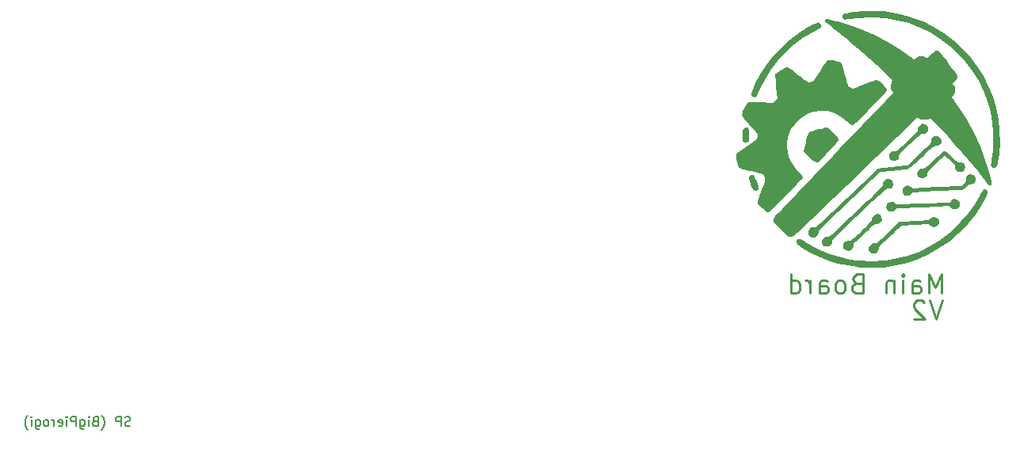
<source format=gbo>
%TF.GenerationSoftware,KiCad,Pcbnew,8.0.5*%
%TF.CreationDate,2024-10-12T21:51:22-04:00*%
%TF.ProjectId,mainBoard,6d61696e-426f-4617-9264-2e6b69636164,rev?*%
%TF.SameCoordinates,Original*%
%TF.FileFunction,Legend,Bot*%
%TF.FilePolarity,Positive*%
%FSLAX46Y46*%
G04 Gerber Fmt 4.6, Leading zero omitted, Abs format (unit mm)*
G04 Created by KiCad (PCBNEW 8.0.5) date 2024-10-12 21:51:22*
%MOMM*%
%LPD*%
G01*
G04 APERTURE LIST*
G04 Aperture macros list*
%AMRoundRect*
0 Rectangle with rounded corners*
0 $1 Rounding radius*
0 $2 $3 $4 $5 $6 $7 $8 $9 X,Y pos of 4 corners*
0 Add a 4 corners polygon primitive as box body*
4,1,4,$2,$3,$4,$5,$6,$7,$8,$9,$2,$3,0*
0 Add four circle primitives for the rounded corners*
1,1,$1+$1,$2,$3*
1,1,$1+$1,$4,$5*
1,1,$1+$1,$6,$7*
1,1,$1+$1,$8,$9*
0 Add four rect primitives between the rounded corners*
20,1,$1+$1,$2,$3,$4,$5,0*
20,1,$1+$1,$4,$5,$6,$7,0*
20,1,$1+$1,$6,$7,$8,$9,0*
20,1,$1+$1,$8,$9,$2,$3,0*%
G04 Aperture macros list end*
%ADD10C,0.250000*%
%ADD11C,0.150000*%
%ADD12C,0.000000*%
%ADD13C,3.650000*%
%ADD14C,4.300000*%
%ADD15R,4.500000X2.000000*%
%ADD16O,4.000000X2.000000*%
%ADD17O,2.000000X4.000000*%
%ADD18RoundRect,0.250000X0.625000X-0.350000X0.625000X0.350000X-0.625000X0.350000X-0.625000X-0.350000X0*%
%ADD19O,1.750000X1.200000*%
%ADD20R,0.900000X2.000000*%
%ADD21RoundRect,1.025000X-1.025000X-1.025000X1.025000X-1.025000X1.025000X1.025000X-1.025000X1.025000X0*%
%ADD22C,4.100000*%
%ADD23C,1.400000*%
%ADD24R,3.500000X3.500000*%
%ADD25C,3.500000*%
%ADD26R,1.500000X1.500000*%
%ADD27C,1.500000*%
%ADD28R,1.700000X1.700000*%
%ADD29O,1.700000X1.700000*%
%ADD30R,3.800000X3.800000*%
%ADD31C,4.000000*%
G04 APERTURE END LIST*
D10*
X113745122Y-71656453D02*
X113745122Y-69656453D01*
X113745122Y-69656453D02*
X113078455Y-71085024D01*
X113078455Y-71085024D02*
X112411789Y-69656453D01*
X112411789Y-69656453D02*
X112411789Y-71656453D01*
X110602265Y-71656453D02*
X110602265Y-70608834D01*
X110602265Y-70608834D02*
X110697503Y-70418357D01*
X110697503Y-70418357D02*
X110887979Y-70323119D01*
X110887979Y-70323119D02*
X111268932Y-70323119D01*
X111268932Y-70323119D02*
X111459408Y-70418357D01*
X110602265Y-71561215D02*
X110792741Y-71656453D01*
X110792741Y-71656453D02*
X111268932Y-71656453D01*
X111268932Y-71656453D02*
X111459408Y-71561215D01*
X111459408Y-71561215D02*
X111554646Y-71370738D01*
X111554646Y-71370738D02*
X111554646Y-71180262D01*
X111554646Y-71180262D02*
X111459408Y-70989786D01*
X111459408Y-70989786D02*
X111268932Y-70894548D01*
X111268932Y-70894548D02*
X110792741Y-70894548D01*
X110792741Y-70894548D02*
X110602265Y-70799310D01*
X109649884Y-71656453D02*
X109649884Y-70323119D01*
X109649884Y-69656453D02*
X109745122Y-69751691D01*
X109745122Y-69751691D02*
X109649884Y-69846929D01*
X109649884Y-69846929D02*
X109554646Y-69751691D01*
X109554646Y-69751691D02*
X109649884Y-69656453D01*
X109649884Y-69656453D02*
X109649884Y-69846929D01*
X108697503Y-70323119D02*
X108697503Y-71656453D01*
X108697503Y-70513595D02*
X108602265Y-70418357D01*
X108602265Y-70418357D02*
X108411789Y-70323119D01*
X108411789Y-70323119D02*
X108126074Y-70323119D01*
X108126074Y-70323119D02*
X107935598Y-70418357D01*
X107935598Y-70418357D02*
X107840360Y-70608834D01*
X107840360Y-70608834D02*
X107840360Y-71656453D01*
X104697502Y-70608834D02*
X104411788Y-70704072D01*
X104411788Y-70704072D02*
X104316550Y-70799310D01*
X104316550Y-70799310D02*
X104221312Y-70989786D01*
X104221312Y-70989786D02*
X104221312Y-71275500D01*
X104221312Y-71275500D02*
X104316550Y-71465976D01*
X104316550Y-71465976D02*
X104411788Y-71561215D01*
X104411788Y-71561215D02*
X104602264Y-71656453D01*
X104602264Y-71656453D02*
X105364169Y-71656453D01*
X105364169Y-71656453D02*
X105364169Y-69656453D01*
X105364169Y-69656453D02*
X104697502Y-69656453D01*
X104697502Y-69656453D02*
X104507026Y-69751691D01*
X104507026Y-69751691D02*
X104411788Y-69846929D01*
X104411788Y-69846929D02*
X104316550Y-70037405D01*
X104316550Y-70037405D02*
X104316550Y-70227881D01*
X104316550Y-70227881D02*
X104411788Y-70418357D01*
X104411788Y-70418357D02*
X104507026Y-70513595D01*
X104507026Y-70513595D02*
X104697502Y-70608834D01*
X104697502Y-70608834D02*
X105364169Y-70608834D01*
X103078455Y-71656453D02*
X103268931Y-71561215D01*
X103268931Y-71561215D02*
X103364169Y-71465976D01*
X103364169Y-71465976D02*
X103459407Y-71275500D01*
X103459407Y-71275500D02*
X103459407Y-70704072D01*
X103459407Y-70704072D02*
X103364169Y-70513595D01*
X103364169Y-70513595D02*
X103268931Y-70418357D01*
X103268931Y-70418357D02*
X103078455Y-70323119D01*
X103078455Y-70323119D02*
X102792740Y-70323119D01*
X102792740Y-70323119D02*
X102602264Y-70418357D01*
X102602264Y-70418357D02*
X102507026Y-70513595D01*
X102507026Y-70513595D02*
X102411788Y-70704072D01*
X102411788Y-70704072D02*
X102411788Y-71275500D01*
X102411788Y-71275500D02*
X102507026Y-71465976D01*
X102507026Y-71465976D02*
X102602264Y-71561215D01*
X102602264Y-71561215D02*
X102792740Y-71656453D01*
X102792740Y-71656453D02*
X103078455Y-71656453D01*
X100697502Y-71656453D02*
X100697502Y-70608834D01*
X100697502Y-70608834D02*
X100792740Y-70418357D01*
X100792740Y-70418357D02*
X100983216Y-70323119D01*
X100983216Y-70323119D02*
X101364169Y-70323119D01*
X101364169Y-70323119D02*
X101554645Y-70418357D01*
X100697502Y-71561215D02*
X100887978Y-71656453D01*
X100887978Y-71656453D02*
X101364169Y-71656453D01*
X101364169Y-71656453D02*
X101554645Y-71561215D01*
X101554645Y-71561215D02*
X101649883Y-71370738D01*
X101649883Y-71370738D02*
X101649883Y-71180262D01*
X101649883Y-71180262D02*
X101554645Y-70989786D01*
X101554645Y-70989786D02*
X101364169Y-70894548D01*
X101364169Y-70894548D02*
X100887978Y-70894548D01*
X100887978Y-70894548D02*
X100697502Y-70799310D01*
X99745121Y-71656453D02*
X99745121Y-70323119D01*
X99745121Y-70704072D02*
X99649883Y-70513595D01*
X99649883Y-70513595D02*
X99554645Y-70418357D01*
X99554645Y-70418357D02*
X99364169Y-70323119D01*
X99364169Y-70323119D02*
X99173692Y-70323119D01*
X97649883Y-71656453D02*
X97649883Y-69656453D01*
X97649883Y-71561215D02*
X97840359Y-71656453D01*
X97840359Y-71656453D02*
X98221312Y-71656453D01*
X98221312Y-71656453D02*
X98411788Y-71561215D01*
X98411788Y-71561215D02*
X98507026Y-71465976D01*
X98507026Y-71465976D02*
X98602264Y-71275500D01*
X98602264Y-71275500D02*
X98602264Y-70704072D01*
X98602264Y-70704072D02*
X98507026Y-70513595D01*
X98507026Y-70513595D02*
X98411788Y-70418357D01*
X98411788Y-70418357D02*
X98221312Y-70323119D01*
X98221312Y-70323119D02*
X97840359Y-70323119D01*
X97840359Y-70323119D02*
X97649883Y-70418357D01*
X113809999Y-72446525D02*
X113143333Y-74446525D01*
X113143333Y-74446525D02*
X112476666Y-72446525D01*
X111905237Y-72637001D02*
X111809999Y-72541763D01*
X111809999Y-72541763D02*
X111619523Y-72446525D01*
X111619523Y-72446525D02*
X111143332Y-72446525D01*
X111143332Y-72446525D02*
X110952856Y-72541763D01*
X110952856Y-72541763D02*
X110857618Y-72637001D01*
X110857618Y-72637001D02*
X110762380Y-72827477D01*
X110762380Y-72827477D02*
X110762380Y-73017953D01*
X110762380Y-73017953D02*
X110857618Y-73303667D01*
X110857618Y-73303667D02*
X112000475Y-74446525D01*
X112000475Y-74446525D02*
X110762380Y-74446525D01*
D11*
X27096625Y-85836415D02*
X26953768Y-85884034D01*
X26953768Y-85884034D02*
X26715673Y-85884034D01*
X26715673Y-85884034D02*
X26620435Y-85836415D01*
X26620435Y-85836415D02*
X26572816Y-85788795D01*
X26572816Y-85788795D02*
X26525197Y-85693557D01*
X26525197Y-85693557D02*
X26525197Y-85598319D01*
X26525197Y-85598319D02*
X26572816Y-85503081D01*
X26572816Y-85503081D02*
X26620435Y-85455462D01*
X26620435Y-85455462D02*
X26715673Y-85407843D01*
X26715673Y-85407843D02*
X26906149Y-85360224D01*
X26906149Y-85360224D02*
X27001387Y-85312605D01*
X27001387Y-85312605D02*
X27049006Y-85264986D01*
X27049006Y-85264986D02*
X27096625Y-85169748D01*
X27096625Y-85169748D02*
X27096625Y-85074510D01*
X27096625Y-85074510D02*
X27049006Y-84979272D01*
X27049006Y-84979272D02*
X27001387Y-84931653D01*
X27001387Y-84931653D02*
X26906149Y-84884034D01*
X26906149Y-84884034D02*
X26668054Y-84884034D01*
X26668054Y-84884034D02*
X26525197Y-84931653D01*
X26096625Y-85884034D02*
X26096625Y-84884034D01*
X26096625Y-84884034D02*
X25715673Y-84884034D01*
X25715673Y-84884034D02*
X25620435Y-84931653D01*
X25620435Y-84931653D02*
X25572816Y-84979272D01*
X25572816Y-84979272D02*
X25525197Y-85074510D01*
X25525197Y-85074510D02*
X25525197Y-85217367D01*
X25525197Y-85217367D02*
X25572816Y-85312605D01*
X25572816Y-85312605D02*
X25620435Y-85360224D01*
X25620435Y-85360224D02*
X25715673Y-85407843D01*
X25715673Y-85407843D02*
X26096625Y-85407843D01*
X24049006Y-86264986D02*
X24096625Y-86217367D01*
X24096625Y-86217367D02*
X24191863Y-86074510D01*
X24191863Y-86074510D02*
X24239482Y-85979272D01*
X24239482Y-85979272D02*
X24287101Y-85836415D01*
X24287101Y-85836415D02*
X24334720Y-85598319D01*
X24334720Y-85598319D02*
X24334720Y-85407843D01*
X24334720Y-85407843D02*
X24287101Y-85169748D01*
X24287101Y-85169748D02*
X24239482Y-85026891D01*
X24239482Y-85026891D02*
X24191863Y-84931653D01*
X24191863Y-84931653D02*
X24096625Y-84788795D01*
X24096625Y-84788795D02*
X24049006Y-84741176D01*
X23334720Y-85360224D02*
X23191863Y-85407843D01*
X23191863Y-85407843D02*
X23144244Y-85455462D01*
X23144244Y-85455462D02*
X23096625Y-85550700D01*
X23096625Y-85550700D02*
X23096625Y-85693557D01*
X23096625Y-85693557D02*
X23144244Y-85788795D01*
X23144244Y-85788795D02*
X23191863Y-85836415D01*
X23191863Y-85836415D02*
X23287101Y-85884034D01*
X23287101Y-85884034D02*
X23668053Y-85884034D01*
X23668053Y-85884034D02*
X23668053Y-84884034D01*
X23668053Y-84884034D02*
X23334720Y-84884034D01*
X23334720Y-84884034D02*
X23239482Y-84931653D01*
X23239482Y-84931653D02*
X23191863Y-84979272D01*
X23191863Y-84979272D02*
X23144244Y-85074510D01*
X23144244Y-85074510D02*
X23144244Y-85169748D01*
X23144244Y-85169748D02*
X23191863Y-85264986D01*
X23191863Y-85264986D02*
X23239482Y-85312605D01*
X23239482Y-85312605D02*
X23334720Y-85360224D01*
X23334720Y-85360224D02*
X23668053Y-85360224D01*
X22668053Y-85884034D02*
X22668053Y-85217367D01*
X22668053Y-84884034D02*
X22715672Y-84931653D01*
X22715672Y-84931653D02*
X22668053Y-84979272D01*
X22668053Y-84979272D02*
X22620434Y-84931653D01*
X22620434Y-84931653D02*
X22668053Y-84884034D01*
X22668053Y-84884034D02*
X22668053Y-84979272D01*
X21763292Y-85217367D02*
X21763292Y-86026891D01*
X21763292Y-86026891D02*
X21810911Y-86122129D01*
X21810911Y-86122129D02*
X21858530Y-86169748D01*
X21858530Y-86169748D02*
X21953768Y-86217367D01*
X21953768Y-86217367D02*
X22096625Y-86217367D01*
X22096625Y-86217367D02*
X22191863Y-86169748D01*
X21763292Y-85836415D02*
X21858530Y-85884034D01*
X21858530Y-85884034D02*
X22049006Y-85884034D01*
X22049006Y-85884034D02*
X22144244Y-85836415D01*
X22144244Y-85836415D02*
X22191863Y-85788795D01*
X22191863Y-85788795D02*
X22239482Y-85693557D01*
X22239482Y-85693557D02*
X22239482Y-85407843D01*
X22239482Y-85407843D02*
X22191863Y-85312605D01*
X22191863Y-85312605D02*
X22144244Y-85264986D01*
X22144244Y-85264986D02*
X22049006Y-85217367D01*
X22049006Y-85217367D02*
X21858530Y-85217367D01*
X21858530Y-85217367D02*
X21763292Y-85264986D01*
X21287101Y-85884034D02*
X21287101Y-84884034D01*
X21287101Y-84884034D02*
X20906149Y-84884034D01*
X20906149Y-84884034D02*
X20810911Y-84931653D01*
X20810911Y-84931653D02*
X20763292Y-84979272D01*
X20763292Y-84979272D02*
X20715673Y-85074510D01*
X20715673Y-85074510D02*
X20715673Y-85217367D01*
X20715673Y-85217367D02*
X20763292Y-85312605D01*
X20763292Y-85312605D02*
X20810911Y-85360224D01*
X20810911Y-85360224D02*
X20906149Y-85407843D01*
X20906149Y-85407843D02*
X21287101Y-85407843D01*
X20287101Y-85884034D02*
X20287101Y-85217367D01*
X20287101Y-84884034D02*
X20334720Y-84931653D01*
X20334720Y-84931653D02*
X20287101Y-84979272D01*
X20287101Y-84979272D02*
X20239482Y-84931653D01*
X20239482Y-84931653D02*
X20287101Y-84884034D01*
X20287101Y-84884034D02*
X20287101Y-84979272D01*
X19429959Y-85836415D02*
X19525197Y-85884034D01*
X19525197Y-85884034D02*
X19715673Y-85884034D01*
X19715673Y-85884034D02*
X19810911Y-85836415D01*
X19810911Y-85836415D02*
X19858530Y-85741176D01*
X19858530Y-85741176D02*
X19858530Y-85360224D01*
X19858530Y-85360224D02*
X19810911Y-85264986D01*
X19810911Y-85264986D02*
X19715673Y-85217367D01*
X19715673Y-85217367D02*
X19525197Y-85217367D01*
X19525197Y-85217367D02*
X19429959Y-85264986D01*
X19429959Y-85264986D02*
X19382340Y-85360224D01*
X19382340Y-85360224D02*
X19382340Y-85455462D01*
X19382340Y-85455462D02*
X19858530Y-85550700D01*
X18953768Y-85884034D02*
X18953768Y-85217367D01*
X18953768Y-85407843D02*
X18906149Y-85312605D01*
X18906149Y-85312605D02*
X18858530Y-85264986D01*
X18858530Y-85264986D02*
X18763292Y-85217367D01*
X18763292Y-85217367D02*
X18668054Y-85217367D01*
X18191863Y-85884034D02*
X18287101Y-85836415D01*
X18287101Y-85836415D02*
X18334720Y-85788795D01*
X18334720Y-85788795D02*
X18382339Y-85693557D01*
X18382339Y-85693557D02*
X18382339Y-85407843D01*
X18382339Y-85407843D02*
X18334720Y-85312605D01*
X18334720Y-85312605D02*
X18287101Y-85264986D01*
X18287101Y-85264986D02*
X18191863Y-85217367D01*
X18191863Y-85217367D02*
X18049006Y-85217367D01*
X18049006Y-85217367D02*
X17953768Y-85264986D01*
X17953768Y-85264986D02*
X17906149Y-85312605D01*
X17906149Y-85312605D02*
X17858530Y-85407843D01*
X17858530Y-85407843D02*
X17858530Y-85693557D01*
X17858530Y-85693557D02*
X17906149Y-85788795D01*
X17906149Y-85788795D02*
X17953768Y-85836415D01*
X17953768Y-85836415D02*
X18049006Y-85884034D01*
X18049006Y-85884034D02*
X18191863Y-85884034D01*
X17001387Y-85217367D02*
X17001387Y-86026891D01*
X17001387Y-86026891D02*
X17049006Y-86122129D01*
X17049006Y-86122129D02*
X17096625Y-86169748D01*
X17096625Y-86169748D02*
X17191863Y-86217367D01*
X17191863Y-86217367D02*
X17334720Y-86217367D01*
X17334720Y-86217367D02*
X17429958Y-86169748D01*
X17001387Y-85836415D02*
X17096625Y-85884034D01*
X17096625Y-85884034D02*
X17287101Y-85884034D01*
X17287101Y-85884034D02*
X17382339Y-85836415D01*
X17382339Y-85836415D02*
X17429958Y-85788795D01*
X17429958Y-85788795D02*
X17477577Y-85693557D01*
X17477577Y-85693557D02*
X17477577Y-85407843D01*
X17477577Y-85407843D02*
X17429958Y-85312605D01*
X17429958Y-85312605D02*
X17382339Y-85264986D01*
X17382339Y-85264986D02*
X17287101Y-85217367D01*
X17287101Y-85217367D02*
X17096625Y-85217367D01*
X17096625Y-85217367D02*
X17001387Y-85264986D01*
X16525196Y-85884034D02*
X16525196Y-85217367D01*
X16525196Y-84884034D02*
X16572815Y-84931653D01*
X16572815Y-84931653D02*
X16525196Y-84979272D01*
X16525196Y-84979272D02*
X16477577Y-84931653D01*
X16477577Y-84931653D02*
X16525196Y-84884034D01*
X16525196Y-84884034D02*
X16525196Y-84979272D01*
X16144244Y-86264986D02*
X16096625Y-86217367D01*
X16096625Y-86217367D02*
X16001387Y-86074510D01*
X16001387Y-86074510D02*
X15953768Y-85979272D01*
X15953768Y-85979272D02*
X15906149Y-85836415D01*
X15906149Y-85836415D02*
X15858530Y-85598319D01*
X15858530Y-85598319D02*
X15858530Y-85407843D01*
X15858530Y-85407843D02*
X15906149Y-85169748D01*
X15906149Y-85169748D02*
X15953768Y-85026891D01*
X15953768Y-85026891D02*
X16001387Y-84931653D01*
X16001387Y-84931653D02*
X16096625Y-84788795D01*
X16096625Y-84788795D02*
X16144244Y-84741176D01*
D12*
%TO.C,G\u002A\u002A\u002A*%
G36*
X93612297Y-59029523D02*
G01*
X93669705Y-59056552D01*
X93741648Y-59122388D01*
X93813546Y-59239511D01*
X93897540Y-59428975D01*
X94005773Y-59711835D01*
X94109948Y-59999427D01*
X94186224Y-60234527D01*
X94221575Y-60396445D01*
X94218109Y-60505378D01*
X94177934Y-60581527D01*
X94103158Y-60645089D01*
X93978715Y-60716709D01*
X93838794Y-60741158D01*
X93713477Y-60681441D01*
X93593849Y-60529042D01*
X93470995Y-60275443D01*
X93336000Y-59912127D01*
X93332015Y-59900464D01*
X93236726Y-59607130D01*
X93183877Y-59404791D01*
X93169567Y-59274347D01*
X93189895Y-59196696D01*
X93259537Y-59105710D01*
X93419508Y-59010618D01*
X93612297Y-59029523D01*
G37*
G36*
X92942034Y-53940012D02*
G01*
X93062096Y-53966012D01*
X93141441Y-54037567D01*
X93188132Y-54173237D01*
X93210234Y-54391583D01*
X93215810Y-54711165D01*
X93214435Y-54932360D01*
X93206004Y-55149809D01*
X93186197Y-55292037D01*
X93150828Y-55384938D01*
X93095715Y-55454404D01*
X92956498Y-55549802D01*
X92781190Y-55557539D01*
X92607061Y-55446128D01*
X92605433Y-55444497D01*
X92547638Y-55376816D01*
X92512903Y-55297302D01*
X92497697Y-55178973D01*
X92498488Y-54994847D01*
X92511743Y-54717941D01*
X92514224Y-54674453D01*
X92540692Y-54362198D01*
X92582143Y-54150149D01*
X92646938Y-54020603D01*
X92743438Y-53955858D01*
X92880004Y-53938210D01*
X92942034Y-53940012D01*
G37*
G36*
X115352927Y-61642473D02*
G01*
X115361491Y-61645411D01*
X115545201Y-61763338D01*
X115680709Y-61946741D01*
X115733540Y-62149676D01*
X115733425Y-62158464D01*
X115676238Y-62361342D01*
X115538059Y-62542789D01*
X115353442Y-62656708D01*
X115154783Y-62694448D01*
X114969748Y-62649772D01*
X114772784Y-62507331D01*
X114622666Y-62372189D01*
X111775496Y-62493310D01*
X108928326Y-62614432D01*
X108782806Y-62787373D01*
X108640999Y-62906925D01*
X108435557Y-62970426D01*
X108227876Y-62944609D01*
X108045742Y-62840113D01*
X107916940Y-62667574D01*
X107869256Y-62437630D01*
X107870006Y-62409739D01*
X107895167Y-62235934D01*
X107944315Y-62114449D01*
X108123732Y-61962756D01*
X108351957Y-61899825D01*
X108591303Y-61935384D01*
X108810226Y-62071016D01*
X108948241Y-62200674D01*
X111785453Y-62089063D01*
X114622666Y-61977451D01*
X114735634Y-61833902D01*
X114876569Y-61698294D01*
X115099273Y-61612515D01*
X115352927Y-61642473D01*
G37*
G36*
X101483961Y-53963948D02*
G01*
X101637956Y-54052300D01*
X101866177Y-54230721D01*
X102170018Y-54500252D01*
X102386831Y-54703457D01*
X102570926Y-54887805D01*
X102686428Y-55023950D01*
X102746256Y-55127427D01*
X102763328Y-55213774D01*
X102752965Y-55269210D01*
X102708465Y-55358626D01*
X102621065Y-55482545D01*
X102482381Y-55651068D01*
X102284027Y-55874299D01*
X102017618Y-56162339D01*
X101674770Y-56525291D01*
X101400722Y-56811026D01*
X101126068Y-57092005D01*
X100885578Y-57332444D01*
X100691227Y-57520556D01*
X100554989Y-57644555D01*
X100488836Y-57692655D01*
X100477905Y-57694886D01*
X100368924Y-57688829D01*
X100235485Y-57628222D01*
X100064457Y-57503658D01*
X99842711Y-57305729D01*
X99557118Y-57025026D01*
X99023013Y-56485392D01*
X99247976Y-55534555D01*
X99299533Y-55322152D01*
X99377928Y-55019260D01*
X99448566Y-54769257D01*
X99505277Y-54593576D01*
X99541892Y-54513648D01*
X99607781Y-54478281D01*
X99770625Y-54416145D01*
X100002602Y-54338090D01*
X100278512Y-54251576D01*
X100573154Y-54164062D01*
X100861327Y-54083010D01*
X101117831Y-54015879D01*
X101317465Y-53970130D01*
X101435028Y-53953222D01*
X101483961Y-53963948D01*
G37*
G36*
X100611384Y-42726167D02*
G01*
X100761691Y-42796496D01*
X100864825Y-42941587D01*
X100891351Y-43123408D01*
X100872135Y-43200132D01*
X100818714Y-43276543D01*
X100713157Y-43361524D01*
X100536897Y-43469835D01*
X100271365Y-43616236D01*
X100170768Y-43670896D01*
X99060236Y-44344143D01*
X98036308Y-45097988D01*
X97101289Y-45929972D01*
X96257485Y-46837634D01*
X95507201Y-47818517D01*
X94852744Y-48870159D01*
X94296419Y-49990101D01*
X94220460Y-50160149D01*
X94116324Y-50383717D01*
X94033039Y-50551273D01*
X93983781Y-50635610D01*
X93939972Y-50671131D01*
X93792399Y-50707673D01*
X93622123Y-50686629D01*
X93484772Y-50610769D01*
X93440579Y-50552398D01*
X93414801Y-50454666D01*
X93428878Y-50317231D01*
X93486790Y-50123429D01*
X93592516Y-49856596D01*
X93750036Y-49500069D01*
X93811385Y-49367025D01*
X94381937Y-48285947D01*
X95056810Y-47250262D01*
X95825787Y-46271988D01*
X96678649Y-45363141D01*
X97605179Y-44535739D01*
X98595158Y-43801799D01*
X98698316Y-43733451D01*
X99023158Y-43527510D01*
X99361093Y-43325007D01*
X99693130Y-43136236D01*
X100000279Y-42971492D01*
X100263549Y-42841071D01*
X100463951Y-42755269D01*
X100582494Y-42724380D01*
X100611384Y-42726167D01*
G37*
G36*
X116923759Y-58939275D02*
G01*
X117169000Y-59008035D01*
X117339998Y-59160256D01*
X117422820Y-59377654D01*
X117403532Y-59641946D01*
X117397533Y-59662249D01*
X117280227Y-59845647D01*
X117083075Y-59971350D01*
X116838187Y-60017997D01*
X116753065Y-60033447D01*
X116581311Y-60128876D01*
X116358421Y-60318234D01*
X116346056Y-60329851D01*
X116175666Y-60475573D01*
X116027458Y-60578720D01*
X115932288Y-60617612D01*
X115898318Y-60618526D01*
X115752639Y-60624562D01*
X115507533Y-60635708D01*
X115175936Y-60651344D01*
X114770786Y-60670851D01*
X114305019Y-60693608D01*
X113791572Y-60718998D01*
X113243383Y-60746398D01*
X110663155Y-60876043D01*
X110547974Y-61022472D01*
X110436366Y-61135511D01*
X110305980Y-61221433D01*
X110101773Y-61256623D01*
X109898383Y-61199336D01*
X109729448Y-61066975D01*
X109615241Y-60882712D01*
X109576035Y-60669720D01*
X109632101Y-60451169D01*
X109692410Y-60358171D01*
X109874751Y-60212324D01*
X110095928Y-60157917D01*
X110324633Y-60198860D01*
X110529557Y-60339065D01*
X110659545Y-60475133D01*
X113295334Y-60342039D01*
X115931124Y-60208946D01*
X116156081Y-59948341D01*
X116173956Y-59927491D01*
X116299281Y-59762561D01*
X116352851Y-59634284D01*
X116351566Y-59504273D01*
X116367793Y-59310360D01*
X116475792Y-59123112D01*
X116651120Y-58988661D01*
X116866416Y-58937146D01*
X116923759Y-58939275D01*
G37*
G36*
X106991144Y-63211525D02*
G01*
X107201383Y-63307280D01*
X107338156Y-63488845D01*
X107386968Y-63740929D01*
X107373587Y-63885127D01*
X107277698Y-64100635D01*
X107095446Y-64235020D01*
X106833919Y-64281354D01*
X106788518Y-64281917D01*
X106711442Y-64289645D01*
X106633242Y-64314005D01*
X106541591Y-64364387D01*
X106424161Y-64450176D01*
X106268625Y-64580761D01*
X106062654Y-64765530D01*
X105793923Y-65013870D01*
X105450102Y-65335170D01*
X105401974Y-65380242D01*
X105067704Y-65694478D01*
X104810482Y-65940012D01*
X104620295Y-66128098D01*
X104487136Y-66269993D01*
X104400992Y-66376953D01*
X104351855Y-66460234D01*
X104329713Y-66531092D01*
X104324557Y-66600782D01*
X104323913Y-66631067D01*
X104277660Y-66818452D01*
X104141629Y-66995506D01*
X104014338Y-67107248D01*
X103894582Y-67153193D01*
X103736310Y-67143032D01*
X103611400Y-67111910D01*
X103402369Y-66984625D01*
X103282155Y-66787856D01*
X103263495Y-66537904D01*
X103275813Y-66467491D01*
X103371541Y-66251446D01*
X103546728Y-66124231D01*
X103805795Y-66082129D01*
X103839045Y-66081656D01*
X103915617Y-66074089D01*
X103993684Y-66049881D01*
X104085508Y-65999634D01*
X104203354Y-65913949D01*
X104359485Y-65783429D01*
X104566166Y-65598676D01*
X104835660Y-65350291D01*
X105180231Y-65028877D01*
X105232389Y-64980100D01*
X105565877Y-64667035D01*
X105822390Y-64422497D01*
X106011947Y-64235230D01*
X106144569Y-64093975D01*
X106230277Y-63987474D01*
X106279091Y-63904468D01*
X106301031Y-63833699D01*
X106306117Y-63763909D01*
X106332030Y-63604383D01*
X106451430Y-63399013D01*
X106641903Y-63254882D01*
X106874677Y-63200503D01*
X106991144Y-63211525D01*
G37*
G36*
X113021468Y-63522390D02*
G01*
X113190681Y-63569744D01*
X113381809Y-63710316D01*
X113484006Y-63931263D01*
X113494636Y-63995807D01*
X113470648Y-64226549D01*
X113360850Y-64412622D01*
X113189978Y-64540462D01*
X112982768Y-64596503D01*
X112763958Y-64567179D01*
X112558282Y-64438926D01*
X112400916Y-64288671D01*
X110911465Y-64365198D01*
X109422013Y-64441726D01*
X109080023Y-64770748D01*
X108950474Y-64894452D01*
X108735979Y-65097614D01*
X108473976Y-65344615D01*
X108186195Y-65614972D01*
X107894368Y-65888207D01*
X107625430Y-66140779D01*
X107401463Y-66356101D01*
X107244242Y-66516729D01*
X107142161Y-66636404D01*
X107083614Y-66728868D01*
X107056997Y-66807860D01*
X107050703Y-66887124D01*
X107023283Y-67054437D01*
X106898878Y-67265155D01*
X106696424Y-67407094D01*
X106595347Y-67442635D01*
X106447349Y-67451986D01*
X106274416Y-67392123D01*
X106266058Y-67388157D01*
X106112512Y-67262519D01*
X105993592Y-67079120D01*
X105945833Y-66893411D01*
X105953767Y-66814075D01*
X106043874Y-66613678D01*
X106208267Y-66453321D01*
X106414088Y-66358862D01*
X106628483Y-66356159D01*
X106634103Y-66357280D01*
X106692182Y-66347677D01*
X106780963Y-66299893D01*
X106909682Y-66206343D01*
X107087577Y-66059440D01*
X107323886Y-65851600D01*
X107627846Y-65575236D01*
X108008695Y-65222762D01*
X109260919Y-64057454D01*
X109780090Y-64020485D01*
X109887120Y-64013355D01*
X110177804Y-63996445D01*
X110535604Y-63977888D01*
X110924998Y-63959482D01*
X111310464Y-63943026D01*
X112321667Y-63902536D01*
X112569077Y-63695831D01*
X112596564Y-63673081D01*
X112753283Y-63560120D01*
X112879919Y-63515640D01*
X113021468Y-63522390D01*
G37*
G36*
X111956924Y-53584245D02*
G01*
X111959693Y-53585310D01*
X112168265Y-53716310D01*
X112290833Y-53896340D01*
X112331912Y-54099786D01*
X112296017Y-54301034D01*
X112187662Y-54474473D01*
X112011363Y-54594488D01*
X111771633Y-54635466D01*
X111733606Y-54635103D01*
X111660607Y-54641952D01*
X111584056Y-54666632D01*
X111491960Y-54718349D01*
X111372327Y-54806306D01*
X111213165Y-54939706D01*
X111002480Y-55127754D01*
X110728282Y-55379654D01*
X110378577Y-55704609D01*
X110144582Y-55922713D01*
X109847626Y-56201244D01*
X109622378Y-56416873D01*
X109458852Y-56580964D01*
X109347067Y-56704880D01*
X109277037Y-56799987D01*
X109238779Y-56877649D01*
X109222310Y-56949230D01*
X109217646Y-57026095D01*
X109213879Y-57095624D01*
X109166773Y-57273132D01*
X109046462Y-57414124D01*
X109003260Y-57448101D01*
X108773547Y-57546264D01*
X108531747Y-57534311D01*
X108307402Y-57412314D01*
X108236899Y-57344302D01*
X108160284Y-57208282D01*
X108140289Y-57015633D01*
X108156593Y-56867220D01*
X108260772Y-56656693D01*
X108451282Y-56522394D01*
X108716515Y-56475208D01*
X108754887Y-56474534D01*
X108829138Y-56465535D01*
X108907282Y-56438650D01*
X109001241Y-56384658D01*
X109122935Y-56294338D01*
X109284284Y-56158469D01*
X109497210Y-55967832D01*
X109773632Y-55713205D01*
X110125471Y-55385369D01*
X110262610Y-55256994D01*
X110606655Y-54931098D01*
X110869995Y-54674365D01*
X111059742Y-54479282D01*
X111183011Y-54338340D01*
X111246914Y-54244027D01*
X111258564Y-54188831D01*
X111255155Y-54174681D01*
X111262416Y-54039765D01*
X111311607Y-53874133D01*
X111360886Y-53784949D01*
X111527382Y-53632455D01*
X111739259Y-53559625D01*
X111956924Y-53584245D01*
G37*
G36*
X118549461Y-60615097D02*
G01*
X118573145Y-60628505D01*
X118669775Y-60714730D01*
X118707284Y-60833831D01*
X118683841Y-61002599D01*
X118597614Y-61237824D01*
X118446771Y-61556295D01*
X118030892Y-62310938D01*
X117387735Y-63273947D01*
X116630593Y-64211404D01*
X115757215Y-65126300D01*
X115537112Y-65335094D01*
X114572723Y-66148573D01*
X113539754Y-66866173D01*
X112445374Y-67484577D01*
X111296754Y-68000472D01*
X110101061Y-68410540D01*
X108865464Y-68711469D01*
X107597134Y-68899941D01*
X107157738Y-68933019D01*
X106602858Y-68952199D01*
X106018755Y-68953307D01*
X105452326Y-68936319D01*
X104950470Y-68901213D01*
X104803801Y-68886000D01*
X103763051Y-68727061D01*
X102710219Y-68481939D01*
X101670109Y-68159169D01*
X100667525Y-67767285D01*
X99727270Y-67314823D01*
X98874148Y-66810317D01*
X98768962Y-66740123D01*
X98498894Y-66544915D01*
X98324530Y-66385630D01*
X98236570Y-66249452D01*
X98225717Y-66123568D01*
X98282672Y-65995162D01*
X98377344Y-65891962D01*
X98498294Y-65852769D01*
X98660337Y-65883210D01*
X98879906Y-65986430D01*
X99173436Y-66165571D01*
X99378479Y-66296057D01*
X100466818Y-66904735D01*
X101603689Y-67403614D01*
X102789416Y-67792821D01*
X104024320Y-68072483D01*
X104148832Y-68093398D01*
X104708497Y-68163249D01*
X105340346Y-68210595D01*
X106007609Y-68234610D01*
X106673517Y-68234471D01*
X107301301Y-68209351D01*
X107854192Y-68158425D01*
X109013628Y-67960618D01*
X110220795Y-67640790D01*
X111378701Y-67211942D01*
X112484680Y-66675381D01*
X113536059Y-66032415D01*
X114530172Y-65284349D01*
X115464347Y-64432492D01*
X115812950Y-64071698D01*
X116611289Y-63134708D01*
X117302025Y-62149648D01*
X117889014Y-61111237D01*
X117987461Y-60925651D01*
X118130620Y-60708933D01*
X118263066Y-60591652D01*
X118398209Y-60563731D01*
X118549461Y-60615097D01*
G37*
G36*
X108397621Y-59539328D02*
G01*
X108534756Y-59721951D01*
X108586004Y-59975691D01*
X108575356Y-60100177D01*
X108481342Y-60313016D01*
X108300951Y-60449940D01*
X108047147Y-60498376D01*
X108005903Y-60499344D01*
X107955186Y-60506425D01*
X107898313Y-60525523D01*
X107828539Y-60562526D01*
X107739116Y-60623321D01*
X107623299Y-60713796D01*
X107474340Y-60839839D01*
X107285494Y-61007336D01*
X107050013Y-61222176D01*
X106761152Y-61490247D01*
X106412164Y-61817435D01*
X105996302Y-62209628D01*
X105506819Y-62672714D01*
X104936971Y-63212581D01*
X104579304Y-63551577D01*
X104059438Y-64044778D01*
X103616838Y-64465754D01*
X103245284Y-64820885D01*
X102938558Y-65116550D01*
X102690439Y-65359127D01*
X102494709Y-65554994D01*
X102345148Y-65710532D01*
X102235537Y-65832117D01*
X102159656Y-65926131D01*
X102111287Y-65998950D01*
X102084209Y-66056954D01*
X102072204Y-66106522D01*
X102069053Y-66154032D01*
X102045564Y-66319061D01*
X101923479Y-66532261D01*
X101899579Y-66556164D01*
X101701319Y-66671774D01*
X101481813Y-66690583D01*
X101270629Y-66621408D01*
X101097334Y-66473065D01*
X100991498Y-66254370D01*
X100981767Y-66109403D01*
X101051812Y-65907148D01*
X101200515Y-65740781D01*
X101403242Y-65634814D01*
X101635358Y-65613757D01*
X101653446Y-65613223D01*
X101705791Y-65594274D01*
X101783604Y-65546783D01*
X101893006Y-65465292D01*
X102040119Y-65344341D01*
X102231062Y-65178474D01*
X102471956Y-64962230D01*
X102768923Y-64690152D01*
X103128082Y-64356782D01*
X103555556Y-63956661D01*
X104057464Y-63484331D01*
X104639927Y-62934332D01*
X105078900Y-62519266D01*
X105585883Y-62039391D01*
X106016608Y-61630583D01*
X106377376Y-61286374D01*
X106674486Y-61000299D01*
X106914239Y-60765889D01*
X107102934Y-60576678D01*
X107246873Y-60426200D01*
X107352354Y-60307987D01*
X107425679Y-60215573D01*
X107473147Y-60142490D01*
X107501058Y-60082273D01*
X107515713Y-60028454D01*
X107523412Y-59974567D01*
X107593115Y-59709130D01*
X107736707Y-59533357D01*
X107959338Y-59443226D01*
X108192370Y-59442922D01*
X108397621Y-59539328D01*
G37*
G36*
X114173843Y-56476028D02*
G01*
X114186004Y-56483403D01*
X114288969Y-56563690D01*
X114453410Y-56706487D01*
X114659332Y-56894050D01*
X114886736Y-57108635D01*
X115090431Y-57302580D01*
X115276761Y-57472321D01*
X115413300Y-57581329D01*
X115519409Y-57642823D01*
X115614447Y-57670024D01*
X115717772Y-57676153D01*
X115876501Y-57691685D01*
X116102348Y-57787161D01*
X116248203Y-57953762D01*
X116301047Y-58173058D01*
X116247864Y-58426621D01*
X116244425Y-58434693D01*
X116101973Y-58629615D01*
X115891759Y-58729294D01*
X115626218Y-58727706D01*
X115508631Y-58685687D01*
X115341093Y-58545620D01*
X115235035Y-58352710D01*
X115218290Y-58146603D01*
X115221678Y-58124097D01*
X115216001Y-58048011D01*
X115173075Y-57961722D01*
X115079476Y-57848173D01*
X114921778Y-57690308D01*
X114686555Y-57471071D01*
X114659107Y-57445918D01*
X114447094Y-57254572D01*
X114268946Y-57098769D01*
X114142656Y-56993957D01*
X114086218Y-56955586D01*
X114080322Y-56958245D01*
X114006901Y-57016757D01*
X113863510Y-57142689D01*
X113663710Y-57323784D01*
X113421061Y-57547789D01*
X113149124Y-57802449D01*
X113107760Y-57841459D01*
X112813438Y-58120817D01*
X112595016Y-58333603D01*
X112441336Y-58492929D01*
X112341234Y-58611908D01*
X112283551Y-58703653D01*
X112257126Y-58781278D01*
X112250798Y-58857895D01*
X112250798Y-58858190D01*
X112210466Y-59059013D01*
X112075275Y-59242002D01*
X111965059Y-59331053D01*
X111748549Y-59412123D01*
X111535782Y-59394818D01*
X111351949Y-59289808D01*
X111222243Y-59107765D01*
X111171857Y-58859358D01*
X111182748Y-58733269D01*
X111277145Y-58520996D01*
X111458077Y-58384769D01*
X111713032Y-58336673D01*
X111777495Y-58336572D01*
X111845365Y-58331406D01*
X111913611Y-58312706D01*
X111993205Y-58271968D01*
X112095120Y-58200689D01*
X112230327Y-58090367D01*
X112409798Y-57932498D01*
X112644505Y-57718580D01*
X112945421Y-57440108D01*
X113323518Y-57088581D01*
X113368107Y-57047153D01*
X113629921Y-56806577D01*
X113821758Y-56637821D01*
X113957842Y-56530636D01*
X114052400Y-56474774D01*
X114119659Y-56459987D01*
X114173843Y-56476028D01*
G37*
G36*
X106713431Y-41496705D02*
G01*
X107218613Y-41509912D01*
X107663085Y-41534870D01*
X108017465Y-41571815D01*
X108024110Y-41572771D01*
X109326170Y-41818505D01*
X110577905Y-42172513D01*
X111776320Y-42633133D01*
X112918423Y-43198706D01*
X114001220Y-43867573D01*
X115021717Y-44638074D01*
X115976922Y-45508548D01*
X116863841Y-46477335D01*
X117565196Y-47398103D01*
X118214801Y-48437367D01*
X118768654Y-49536036D01*
X119223659Y-50683626D01*
X119576723Y-51869654D01*
X119824749Y-53083636D01*
X119964644Y-54315088D01*
X119993312Y-55553525D01*
X119907659Y-56788465D01*
X119900208Y-56851786D01*
X119847475Y-57271143D01*
X119799255Y-57589098D01*
X119751618Y-57821884D01*
X119700637Y-57985733D01*
X119642384Y-58096875D01*
X119572928Y-58171543D01*
X119439146Y-58255411D01*
X119298232Y-58257852D01*
X119149264Y-58149560D01*
X119085865Y-58073920D01*
X119046949Y-57953999D01*
X119059818Y-57774265D01*
X119107292Y-57453730D01*
X119175031Y-56951073D01*
X119222781Y-56512796D01*
X119253449Y-56104741D01*
X119269939Y-55692750D01*
X119275158Y-55242663D01*
X119256331Y-54387414D01*
X119189170Y-53552725D01*
X119067695Y-52756916D01*
X118886062Y-51962253D01*
X118638428Y-51131000D01*
X118244380Y-50082651D01*
X117706827Y-48973630D01*
X117064157Y-47922599D01*
X116316591Y-46929916D01*
X115464347Y-45995937D01*
X114601391Y-45203581D01*
X113611622Y-44447790D01*
X112564389Y-43797001D01*
X111462360Y-43252521D01*
X110308204Y-42815657D01*
X109104592Y-42487716D01*
X107854192Y-42270004D01*
X107479203Y-42232919D01*
X106935934Y-42204307D01*
X106340689Y-42194719D01*
X105727667Y-42203563D01*
X105131066Y-42230244D01*
X104585085Y-42274169D01*
X104123921Y-42334745D01*
X103966812Y-42359242D01*
X103713211Y-42390275D01*
X103510557Y-42404549D01*
X103392344Y-42399115D01*
X103274970Y-42331697D01*
X103199185Y-42179035D01*
X103207898Y-41975456D01*
X103234708Y-41909530D01*
X103303846Y-41838515D01*
X103427072Y-41777906D01*
X103620731Y-41722030D01*
X103901166Y-41665217D01*
X104284722Y-41601795D01*
X104305157Y-41598673D01*
X104673194Y-41556666D01*
X105127420Y-41525229D01*
X105638455Y-41504599D01*
X106176918Y-41495013D01*
X106713431Y-41496705D01*
G37*
G36*
X113368930Y-54889776D02*
G01*
X113576457Y-55029454D01*
X113655560Y-55121170D01*
X113748776Y-55334213D01*
X113722408Y-55549054D01*
X113576457Y-55759259D01*
X113515778Y-55815829D01*
X113355253Y-55909785D01*
X113150676Y-55934782D01*
X113143759Y-55934793D01*
X113069613Y-55938231D01*
X112997567Y-55953871D01*
X112916444Y-55990491D01*
X112815063Y-56056873D01*
X112682248Y-56161797D01*
X112506820Y-56314042D01*
X112277600Y-56522389D01*
X111983410Y-56795619D01*
X111613072Y-57142510D01*
X111546396Y-57205016D01*
X111167659Y-57557583D01*
X110863052Y-57835606D01*
X110622585Y-58047385D01*
X110436269Y-58201224D01*
X110294114Y-58305426D01*
X110186131Y-58368293D01*
X110102329Y-58398128D01*
X110063244Y-58405293D01*
X109894732Y-58429535D01*
X109636196Y-58462015D01*
X109308379Y-58500281D01*
X108932022Y-58541878D01*
X108527867Y-58584354D01*
X107176803Y-58722691D01*
X106306117Y-59544550D01*
X105728394Y-60089888D01*
X104967310Y-60808446D01*
X104286017Y-61452020D01*
X103680061Y-62025004D01*
X103144989Y-62531795D01*
X102676347Y-62976786D01*
X102269680Y-63364372D01*
X101920535Y-63698950D01*
X101624457Y-63984913D01*
X101376994Y-64226658D01*
X101173692Y-64428578D01*
X101010095Y-64595069D01*
X100881751Y-64730526D01*
X100784206Y-64839344D01*
X100713005Y-64925919D01*
X100663696Y-64994644D01*
X100631823Y-65049916D01*
X100612933Y-65096129D01*
X100602573Y-65137678D01*
X100596288Y-65178958D01*
X100536247Y-65400587D01*
X100397786Y-65582161D01*
X100346238Y-65622610D01*
X100127419Y-65715477D01*
X99906893Y-65690067D01*
X99696297Y-65546966D01*
X99559961Y-65355395D01*
X99527040Y-65135083D01*
X99608624Y-64886122D01*
X99632976Y-64841841D01*
X99736607Y-64718881D01*
X99883693Y-64657833D01*
X100111146Y-64640669D01*
X100122298Y-64640440D01*
X100167824Y-64634623D01*
X100220679Y-64616875D01*
X100286998Y-64581754D01*
X100372916Y-64523816D01*
X100484569Y-64437616D01*
X100628090Y-64317711D01*
X100809614Y-64158656D01*
X101035278Y-63955009D01*
X101311215Y-63701325D01*
X101643561Y-63392161D01*
X102038450Y-63022072D01*
X102502017Y-62585615D01*
X103040398Y-62077345D01*
X103659726Y-61491820D01*
X106988040Y-58343940D01*
X107382658Y-58302792D01*
X107550560Y-58284969D01*
X107823409Y-58255531D01*
X108163104Y-58218573D01*
X108542233Y-58177078D01*
X108933387Y-58134029D01*
X110089498Y-58006413D01*
X111380314Y-56807549D01*
X111400250Y-56789032D01*
X111767317Y-56447483D01*
X112055970Y-56176441D01*
X112275616Y-55965494D01*
X112435662Y-55804230D01*
X112545515Y-55682235D01*
X112614581Y-55589097D01*
X112652268Y-55514403D01*
X112667981Y-55447740D01*
X112671129Y-55378697D01*
X112686658Y-55239387D01*
X112783396Y-55035662D01*
X112946572Y-54902843D01*
X113150359Y-54850894D01*
X113368930Y-54889776D01*
G37*
G36*
X101636550Y-42389333D02*
G01*
X101843091Y-42425563D01*
X102133202Y-42489385D01*
X102523138Y-42582395D01*
X102630978Y-42608940D01*
X103986339Y-43001705D01*
X105347238Y-43502335D01*
X106695336Y-44102013D01*
X108012290Y-44791922D01*
X109279759Y-45563244D01*
X110479403Y-46407163D01*
X110604244Y-46500877D01*
X110743228Y-46596885D01*
X110830865Y-46634456D01*
X110894076Y-46622775D01*
X110959781Y-46571023D01*
X111165965Y-46429370D01*
X111462316Y-46334111D01*
X111767153Y-46337016D01*
X112047906Y-46441948D01*
X112235321Y-46556229D01*
X112618355Y-46166287D01*
X112829803Y-45959352D01*
X113024549Y-45796940D01*
X113176884Y-45713775D01*
X113303454Y-45701239D01*
X113420904Y-45750712D01*
X113434048Y-45760566D01*
X113530242Y-45857894D01*
X113678615Y-46030588D01*
X113867625Y-46263252D01*
X114085734Y-46540491D01*
X114321401Y-46846908D01*
X114563087Y-47167109D01*
X114799251Y-47485696D01*
X115018354Y-47787276D01*
X115208855Y-48056452D01*
X115359215Y-48277828D01*
X115457894Y-48436009D01*
X115493351Y-48515600D01*
X115461409Y-48607375D01*
X115355258Y-48761208D01*
X115194297Y-48938109D01*
X115188404Y-48943917D01*
X115035761Y-49100252D01*
X114959057Y-49200633D01*
X114945386Y-49268765D01*
X114981841Y-49328357D01*
X114996621Y-49346200D01*
X115080330Y-49479607D01*
X115162929Y-49650190D01*
X115226400Y-49942646D01*
X115173071Y-50231112D01*
X115003908Y-50501653D01*
X114830702Y-50698924D01*
X114972168Y-50869926D01*
X114986185Y-50887269D01*
X115085587Y-51018244D01*
X115232009Y-51218614D01*
X115408054Y-51464363D01*
X115596320Y-51731473D01*
X115642389Y-51797640D01*
X116501464Y-53137839D01*
X117260349Y-54534082D01*
X117914278Y-55975914D01*
X118458488Y-57452881D01*
X118888213Y-58954529D01*
X118901626Y-59009308D01*
X118993963Y-59400388D01*
X119054440Y-59692391D01*
X119084474Y-59899827D01*
X119085486Y-60037202D01*
X119058894Y-60119026D01*
X119006117Y-60159807D01*
X118990445Y-60165448D01*
X118910369Y-60176288D01*
X118827986Y-60143170D01*
X118727161Y-60052142D01*
X118591759Y-59889249D01*
X118405644Y-59640539D01*
X118093222Y-59223125D01*
X117637787Y-58638228D01*
X117123739Y-57999922D01*
X116565431Y-57325975D01*
X115977216Y-56634157D01*
X115792498Y-56421168D01*
X115487679Y-56074355D01*
X115150222Y-55694786D01*
X114792577Y-55296112D01*
X114427192Y-54891984D01*
X114066517Y-54496051D01*
X113723001Y-54121963D01*
X113409095Y-53783371D01*
X113137246Y-53493925D01*
X112919905Y-53267275D01*
X112769521Y-53117071D01*
X112655902Y-53011431D01*
X112570434Y-52953906D01*
X112505742Y-52962231D01*
X112425955Y-53027000D01*
X112331900Y-53085586D01*
X112117178Y-53140587D01*
X111864668Y-53146044D01*
X111618428Y-53102653D01*
X111422516Y-53011113D01*
X111244692Y-52879642D01*
X104653716Y-59195983D01*
X104425349Y-59414805D01*
X103680831Y-60127800D01*
X102960252Y-60817259D01*
X102268436Y-61478595D01*
X101610204Y-62107221D01*
X100990381Y-62698549D01*
X100413787Y-63247993D01*
X99885248Y-63750965D01*
X99409585Y-64202879D01*
X98991620Y-64599147D01*
X98636178Y-64935182D01*
X98348080Y-65206398D01*
X98132150Y-65408206D01*
X97993210Y-65536021D01*
X97936083Y-65585255D01*
X97934796Y-65585990D01*
X97784505Y-65637637D01*
X97601718Y-65660314D01*
X97543128Y-65657421D01*
X97462739Y-65636357D01*
X97369707Y-65585283D01*
X97249847Y-65492950D01*
X97088977Y-65348109D01*
X96872913Y-65139509D01*
X96587470Y-64855903D01*
X95780931Y-64049363D01*
X95814860Y-63796403D01*
X95828333Y-63720081D01*
X95884017Y-63567836D01*
X95992520Y-63407974D01*
X96174360Y-63206843D01*
X96188149Y-63192551D01*
X96290580Y-63085892D01*
X96469377Y-62899341D01*
X96719316Y-62638357D01*
X97035175Y-62308401D01*
X97411731Y-61914930D01*
X97843762Y-61463404D01*
X98326046Y-60959281D01*
X98853359Y-60408022D01*
X99420479Y-59815084D01*
X100022184Y-59185926D01*
X100653250Y-58526008D01*
X101308456Y-57840789D01*
X101982578Y-57135728D01*
X102121404Y-56990529D01*
X102797911Y-56283113D01*
X103457707Y-55593404D01*
X104095272Y-54927162D01*
X104705084Y-54290148D01*
X105281621Y-53688121D01*
X105819364Y-53126844D01*
X106312790Y-52612074D01*
X106756378Y-52149574D01*
X107144608Y-51745103D01*
X107471958Y-51404421D01*
X107732906Y-51133289D01*
X107921933Y-50937467D01*
X108033516Y-50822716D01*
X108601807Y-50244220D01*
X108470289Y-50066331D01*
X108452578Y-50041504D01*
X108324466Y-49755807D01*
X108307572Y-49448040D01*
X108403735Y-49143703D01*
X108534852Y-48892151D01*
X108336205Y-48683793D01*
X108279222Y-48625719D01*
X108103479Y-48454565D01*
X107858901Y-48222722D01*
X107559484Y-47943011D01*
X107219223Y-47628257D01*
X106852111Y-47291281D01*
X106472145Y-46944908D01*
X106093319Y-46601960D01*
X105729628Y-46275260D01*
X105395067Y-45977632D01*
X105103631Y-45721897D01*
X104399468Y-45116474D01*
X103559164Y-44414239D01*
X102785854Y-43792647D01*
X102072784Y-43246179D01*
X101953227Y-43156599D01*
X101710879Y-42971970D01*
X101511067Y-42815627D01*
X101371871Y-42701845D01*
X101311371Y-42644903D01*
X101299206Y-42584987D01*
X101332112Y-42465657D01*
X101355773Y-42430270D01*
X101409148Y-42393280D01*
X101497321Y-42379104D01*
X101636550Y-42389333D01*
G37*
G36*
X101937443Y-46768328D02*
G01*
X102197380Y-46799216D01*
X102465731Y-46840842D01*
X102710442Y-46888412D01*
X102899460Y-46937135D01*
X103000733Y-46982221D01*
X103013305Y-46996533D01*
X103076759Y-47120437D01*
X103159564Y-47341166D01*
X103256060Y-47642581D01*
X103360590Y-48008541D01*
X103458639Y-48370707D01*
X103562176Y-48752478D01*
X103643185Y-49043084D01*
X103707517Y-49256322D01*
X103761021Y-49405985D01*
X103809548Y-49505871D01*
X103858947Y-49569775D01*
X103915069Y-49611492D01*
X103983764Y-49644818D01*
X104070882Y-49683548D01*
X104354676Y-49816470D01*
X105517674Y-49332837D01*
X105610807Y-49294305D01*
X105961647Y-49152718D01*
X106278027Y-49030421D01*
X106540961Y-48934407D01*
X106731464Y-48871670D01*
X106830550Y-48849203D01*
X106871488Y-48856689D01*
X107014238Y-48932030D01*
X107197850Y-49070347D01*
X107399424Y-49249235D01*
X107596064Y-49446290D01*
X107764871Y-49639106D01*
X107882947Y-49805281D01*
X107927394Y-49922408D01*
X107916216Y-49977517D01*
X107853352Y-50092249D01*
X107727453Y-50254944D01*
X107529840Y-50476463D01*
X107251831Y-50767669D01*
X106847864Y-51182280D01*
X106337968Y-51704996D01*
X105901471Y-52151431D01*
X105532405Y-52527461D01*
X105224804Y-52838962D01*
X104972700Y-53091809D01*
X104770126Y-53291879D01*
X104611114Y-53445048D01*
X104489697Y-53557192D01*
X104399907Y-53634186D01*
X104335777Y-53681907D01*
X104291339Y-53706231D01*
X104260627Y-53713033D01*
X104183465Y-53682757D01*
X104033034Y-53586561D01*
X103837034Y-53440121D01*
X103618334Y-53259581D01*
X103182912Y-52918113D01*
X102650130Y-52586651D01*
X102121237Y-52347486D01*
X101615432Y-52210670D01*
X101448959Y-52186424D01*
X100801203Y-52164211D01*
X100172509Y-52253393D01*
X99574196Y-52447112D01*
X99017582Y-52738512D01*
X98513984Y-53120734D01*
X98074720Y-53586922D01*
X97711109Y-54130220D01*
X97434468Y-54743768D01*
X97350088Y-55045434D01*
X97279109Y-55528633D01*
X97263705Y-56042684D01*
X97304515Y-56543154D01*
X97402181Y-56985610D01*
X97433183Y-57079288D01*
X97673716Y-57627476D01*
X98010354Y-58146743D01*
X98454935Y-58655873D01*
X98570743Y-58776562D01*
X98756570Y-58987903D01*
X98877275Y-59152254D01*
X98920302Y-59253487D01*
X98920216Y-59257059D01*
X98911249Y-59293657D01*
X98883328Y-59345525D01*
X98830489Y-59419031D01*
X98746772Y-59520540D01*
X98626212Y-59656418D01*
X98462849Y-59833031D01*
X98250719Y-60056745D01*
X97983860Y-60333926D01*
X97656310Y-60670940D01*
X97262106Y-61074154D01*
X96795286Y-61549932D01*
X96249888Y-62104640D01*
X96124831Y-62231240D01*
X95819311Y-62534412D01*
X95582847Y-62757752D01*
X95407282Y-62908418D01*
X95284457Y-62993569D01*
X95206213Y-63020361D01*
X95160268Y-63010139D01*
X95019980Y-62930598D01*
X94838801Y-62790662D01*
X94639501Y-62612480D01*
X94444853Y-62418205D01*
X94277626Y-62229987D01*
X94160591Y-62069977D01*
X94116519Y-61960326D01*
X94117145Y-61951144D01*
X94144358Y-61836924D01*
X94207106Y-61633374D01*
X94298903Y-61359925D01*
X94413261Y-61036004D01*
X94543691Y-60681042D01*
X94662777Y-60361124D01*
X94782339Y-60028129D01*
X94863410Y-59775399D01*
X94908742Y-59584953D01*
X94921088Y-59438806D01*
X94903199Y-59318975D01*
X94857828Y-59207476D01*
X94787726Y-59086327D01*
X94759102Y-59043006D01*
X94711035Y-58989782D01*
X94640842Y-58942768D01*
X94532687Y-58896513D01*
X94370735Y-58845569D01*
X94139152Y-58784488D01*
X93822101Y-58707820D01*
X93403747Y-58610117D01*
X93254913Y-58575218D01*
X92891726Y-58486809D01*
X92574405Y-58405012D01*
X92320790Y-58334695D01*
X92148722Y-58280724D01*
X92076042Y-58247965D01*
X92052314Y-58195445D01*
X92009554Y-58041500D01*
X91960665Y-57821421D01*
X91911123Y-57565744D01*
X91866406Y-57305004D01*
X91831989Y-57069737D01*
X91813348Y-56890481D01*
X91815961Y-56797770D01*
X91828198Y-56782483D01*
X91922510Y-56703946D01*
X92096401Y-56575073D01*
X92334922Y-56406513D01*
X92623123Y-56208913D01*
X92946053Y-55992920D01*
X94046394Y-55265596D01*
X94087336Y-54967917D01*
X94096132Y-54894911D01*
X94096969Y-54692984D01*
X94047339Y-54567493D01*
X94045500Y-54565177D01*
X93977496Y-54483776D01*
X93845332Y-54328660D01*
X93662700Y-54115791D01*
X93443291Y-53861129D01*
X93200798Y-53580637D01*
X92930850Y-53264397D01*
X92704806Y-52987024D01*
X92550935Y-52779883D01*
X92463109Y-52634664D01*
X92435195Y-52543060D01*
X92435476Y-52534448D01*
X92468334Y-52398828D01*
X92545513Y-52198796D01*
X92652266Y-51963699D01*
X92773846Y-51722887D01*
X92895505Y-51505709D01*
X93002498Y-51341512D01*
X93080076Y-51259648D01*
X93146746Y-51245474D01*
X93332231Y-51235677D01*
X93620672Y-51235611D01*
X94002609Y-51245243D01*
X94468580Y-51264539D01*
X95751374Y-51325820D01*
X95976863Y-51093304D01*
X96202352Y-50860787D01*
X96092058Y-49599794D01*
X96082410Y-49487649D01*
X96052680Y-49114261D01*
X96029846Y-48782800D01*
X96015020Y-48512673D01*
X96009314Y-48323289D01*
X96013838Y-48234054D01*
X96028487Y-48209306D01*
X96131249Y-48118871D01*
X96306104Y-48001304D01*
X96525710Y-47871539D01*
X96762723Y-47744506D01*
X96989800Y-47635136D01*
X97179598Y-47558361D01*
X97304774Y-47529111D01*
X97308010Y-47529156D01*
X97404695Y-47560045D01*
X97562745Y-47651403D01*
X97789222Y-47808102D01*
X98091185Y-48035014D01*
X98475696Y-48337011D01*
X98591825Y-48428934D01*
X98885919Y-48656072D01*
X99146801Y-48849656D01*
X99359537Y-48999064D01*
X99509189Y-49093675D01*
X99580822Y-49122869D01*
X99589638Y-49120692D01*
X99717121Y-49094198D01*
X99887333Y-49063530D01*
X99939139Y-49053162D01*
X100007379Y-49027836D01*
X100075871Y-48978632D01*
X100154854Y-48892355D01*
X100254567Y-48755811D01*
X100385250Y-48555808D01*
X100557140Y-48279151D01*
X100780478Y-47912646D01*
X100858849Y-47784300D01*
X101056797Y-47466709D01*
X101234653Y-47190457D01*
X101382113Y-46971026D01*
X101488873Y-46823898D01*
X101544628Y-46764555D01*
X101571019Y-46757926D01*
X101717972Y-46752967D01*
X101937443Y-46768328D01*
G37*
%TD*%
D13*
%TO.C,J11*%
X100290000Y-87345000D03*
X111720000Y-87345000D03*
%TD*%
%TO.C,J7*%
X30290000Y-87345000D03*
X41720000Y-87345000D03*
%TD*%
%TO.C,J9*%
X65290000Y-87345000D03*
X76720000Y-87345000D03*
%TD*%
%TO.C,J10*%
X82975000Y-87345000D03*
X94405000Y-87345000D03*
%TD*%
%TO.C,J8*%
X59405000Y-87345000D03*
X47975000Y-87345000D03*
%TD*%
%LPC*%
D14*
%TO.C,H4*%
X121500000Y-90800000D03*
%TD*%
D15*
%TO.C,J5*%
X43075000Y-34095000D03*
D16*
X43075000Y-27895000D03*
D17*
X38375000Y-30895000D03*
%TD*%
D18*
%TO.C,J21*%
X121246571Y-33355001D03*
D19*
X121246571Y-31355001D03*
%TD*%
D20*
%TO.C,J2*%
X67645000Y-30575000D03*
X81145000Y-30575000D03*
D21*
X70795000Y-36575000D03*
D22*
X77995000Y-36575000D03*
%TD*%
D23*
%TO.C,J4*%
X85195000Y-23375000D03*
X96195000Y-23375000D03*
D24*
X93195000Y-33375000D03*
D25*
X88195000Y-33375000D03*
%TD*%
D14*
%TO.C,H3*%
X19500000Y-90800000D03*
%TD*%
D23*
%TO.C,J3*%
X99745000Y-23375000D03*
X110745000Y-23375000D03*
D24*
X107745000Y-33375000D03*
D25*
X102745000Y-33375000D03*
%TD*%
D14*
%TO.C,H1*%
X19500000Y-23800000D03*
%TD*%
D13*
%TO.C,J11*%
X100290000Y-87345000D03*
X111720000Y-87345000D03*
D26*
X101560000Y-80995000D03*
D27*
X102830000Y-78455000D03*
X104100000Y-80995000D03*
X105370000Y-78455000D03*
X106640000Y-80995000D03*
X107910000Y-78455000D03*
X109180000Y-80995000D03*
X110450000Y-78455000D03*
%TD*%
D28*
%TO.C,J22*%
X114775000Y-33375000D03*
D29*
X114775000Y-30835000D03*
%TD*%
D13*
%TO.C,J7*%
X30290000Y-87345000D03*
X41720000Y-87345000D03*
D26*
X31560000Y-80995000D03*
D27*
X32830000Y-78455000D03*
X34100000Y-80995000D03*
X35370000Y-78455000D03*
X36640000Y-80995000D03*
X37910000Y-78455000D03*
X39180000Y-80995000D03*
X40450000Y-78455000D03*
%TD*%
D28*
%TO.C,J23*%
X36725000Y-44475000D03*
D29*
X36725000Y-41935000D03*
X39265000Y-44475000D03*
X39265000Y-41935000D03*
X41805000Y-44475000D03*
X41805000Y-41935000D03*
X44345000Y-44475000D03*
X44345000Y-41935000D03*
%TD*%
D30*
%TO.C,J6*%
X53266571Y-46775001D03*
D31*
X58266571Y-46775001D03*
%TD*%
D28*
%TO.C,J12*%
X20296571Y-76475001D03*
D29*
X22836571Y-76475001D03*
X25376571Y-76475001D03*
%TD*%
D13*
%TO.C,J9*%
X65290000Y-87345000D03*
X76720000Y-87345000D03*
D26*
X66560000Y-80995000D03*
D27*
X67830000Y-78455000D03*
X69100000Y-80995000D03*
X70370000Y-78455000D03*
X71640000Y-80995000D03*
X72910000Y-78455000D03*
X74180000Y-80995000D03*
X75450000Y-78455000D03*
%TD*%
D14*
%TO.C,H2*%
X121500000Y-23800000D03*
%TD*%
D13*
%TO.C,J10*%
X82975000Y-87345000D03*
X94405000Y-87345000D03*
D26*
X84245000Y-80995000D03*
D27*
X85515000Y-78455000D03*
X86785000Y-80995000D03*
X88055000Y-78455000D03*
X89325000Y-80995000D03*
X90595000Y-78455000D03*
X91865000Y-80995000D03*
X93135000Y-78455000D03*
%TD*%
D20*
%TO.C,J1*%
X50095000Y-30575000D03*
X63595000Y-30575000D03*
D21*
X53245000Y-36575000D03*
D22*
X60445000Y-36575000D03*
%TD*%
D27*
%TO.C,J8*%
X58135000Y-78455000D03*
X56865000Y-80995000D03*
X55595000Y-78455000D03*
X54325000Y-80995000D03*
X53055000Y-78455000D03*
X51785000Y-80995000D03*
X50515000Y-78455000D03*
D26*
X49245000Y-80995000D03*
D13*
X59405000Y-87345000D03*
X47975000Y-87345000D03*
%TD*%
%LPD*%
M02*

</source>
